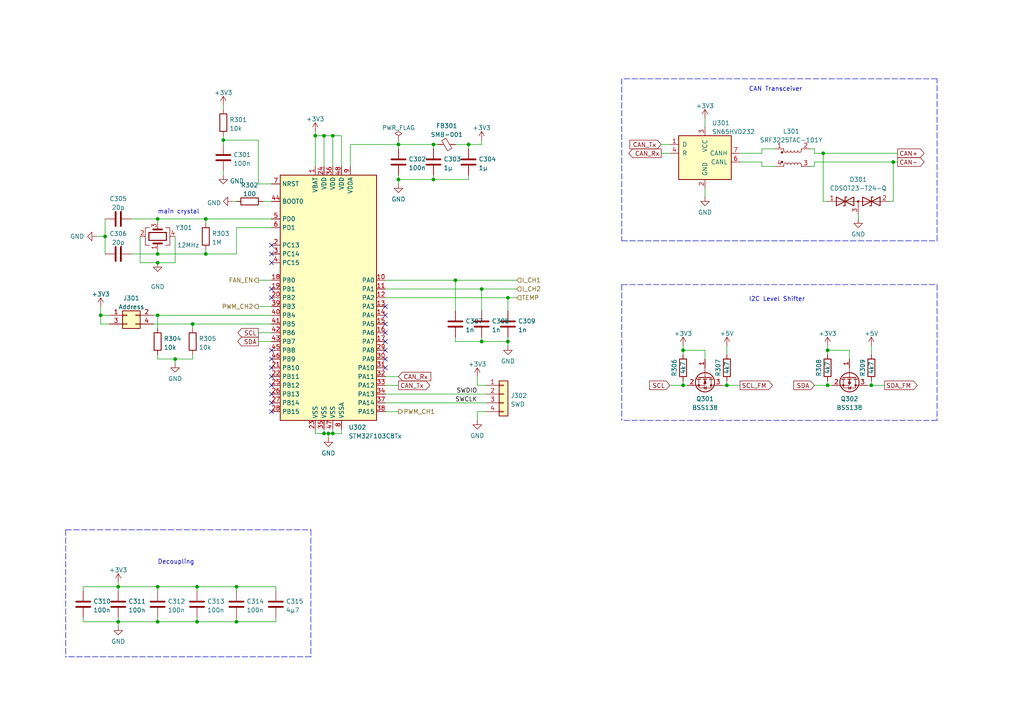
<source format=kicad_sch>
(kicad_sch (version 20211123) (generator eeschema)
  (paper "A4")
  (lib_symbols
    (symbol "Connector_Generic:Conn_01x04" (pin_names (offset 1.016) hide)
      (property "Reference" "J" (at 0 5.08 0))
      (property "Value" "Conn_01x04" (at 0 -7.62 0))
      (symbol "Conn_01x04_1_1"
        (rectangle (start -1.27 -4.953) (end 0 -5.207) (stroke (width 0.1524)))
        (rectangle (start -1.27 -2.413) (end 0 -2.667) (stroke (width 0.1524)))
        (rectangle (start -1.27 0.127) (end 0 -0.127) (stroke (width 0.1524)))
        (rectangle (start -1.27 2.667) (end 0 2.413) (stroke (width 0.1524)))
        (rectangle (start -1.27 3.81) (end 1.27 -6.35) (stroke (width 0.254)) (fill (type background)))
        (pin passive line (at -5.08 2.54 0) (length 3.81) (name "Pin_1") (number "1"))
        (pin passive line (at -5.08 0 0) (length 3.81) (name "Pin_2") (number "2"))
        (pin passive line (at -5.08 -2.54 0) (length 3.81) (name "Pin_3") (number "3"))
        (pin passive line (at -5.08 -5.08 0) (length 3.81) (name "Pin_4") (number "4"))
      )
    )
    (symbol "Connector_Generic:Conn_02x02_Odd_Even" (pin_names (offset 1.016) hide)
      (property "Reference" "J" (at 1.27 2.54 0))
      (property "Value" "Conn_02x02_Odd_Even" (at 1.27 -5.08 0))
      (symbol "Conn_02x02_Odd_Even_1_1"
        (rectangle (start -1.27 -2.413) (end 0 -2.667) (stroke (width 0.1524)))
        (rectangle (start -1.27 0.127) (end 0 -0.127) (stroke (width 0.1524)))
        (rectangle (start -1.27 1.27) (end 3.81 -3.81) (stroke (width 0.254)) (fill (type background)))
        (rectangle (start 3.81 -2.413) (end 2.54 -2.667) (stroke (width 0.1524)))
        (rectangle (start 3.81 0.127) (end 2.54 -0.127) (stroke (width 0.1524)))
        (pin passive line (at -5.08 0 0) (length 3.81) (name "Pin_1") (number "1"))
        (pin passive line (at 7.62 0 180) (length 3.81) (name "Pin_2") (number "2"))
        (pin passive line (at -5.08 -2.54 0) (length 3.81) (name "Pin_3") (number "3"))
        (pin passive line (at 7.62 -2.54 180) (length 3.81) (name "Pin_4") (number "4"))
      )
    )
    (symbol "Device:C" (pin_numbers hide) (pin_names (offset 0.254))
      (property "Reference" "C" (at 0.635 2.54 0))
      (property "Value" "C" (at 0.635 -2.54 0))
      (symbol "C_0_1"
        (polyline (pts (xy -2.032 -0.762) (xy 2.032 -0.762)) (stroke (width 0.508)))
        (polyline (pts (xy -2.032 0.762) (xy 2.032 0.762)) (stroke (width 0.508)))
      )
      (symbol "C_1_1"
        (pin passive line (at 0 3.81 270) (length 2.794) (name "~") (number "1"))
        (pin passive line (at 0 -3.81 90) (length 2.794) (name "~") (number "2"))
      )
    )
    (symbol "Device:Crystal_GND24" (pin_names (offset 1.016) hide)
      (property "Reference" "Y" (at 3.175 5.08 0))
      (property "Value" "Crystal_GND24" (at 3.175 3.175 0))
      (symbol "Crystal_GND24_0_1"
        (rectangle (start -1.143 2.54) (end 1.143 -2.54) (stroke (width 0.3048)))
        (polyline (pts (xy -2.54 0) (xy -2.032 0)))
        (polyline (pts (xy -2.032 -1.27) (xy -2.032 1.27)) (stroke (width 0.508)))
        (polyline (pts (xy 0 -3.81) (xy 0 -3.556)))
        (polyline (pts (xy 0 3.556) (xy 0 3.81)))
        (polyline (pts (xy 2.032 -1.27) (xy 2.032 1.27)) (stroke (width 0.508)))
        (polyline (pts (xy 2.032 0) (xy 2.54 0)))
        (polyline (pts (xy -2.54 -2.286) (xy -2.54 -3.556) (xy 2.54 -3.556) (xy 2.54 -2.286)))
        (polyline (pts (xy -2.54 2.286) (xy -2.54 3.556) (xy 2.54 3.556) (xy 2.54 2.286)))
      )
      (symbol "Crystal_GND24_1_1"
        (pin passive line (at -3.81 0 0) (length 1.27) (name "1") (number "1"))
        (pin passive line (at 0 5.08 270) (length 1.27) (name "2") (number "2"))
        (pin passive line (at 3.81 0 180) (length 1.27) (name "3") (number "3"))
        (pin passive line (at 0 -5.08 90) (length 1.27) (name "4") (number "4"))
      )
    )
    (symbol "Device:D_TVS_Dual_AAC" (pin_names (offset 1.016) hide)
      (property "Reference" "D" (at 0 4.445 0))
      (property "Value" "D_TVS_Dual_AAC" (at 0 2.54 0))
      (symbol "D_TVS_Dual_AAC_0_0"
        (polyline (pts (xy 0 -1.27) (xy 0 0)))
      )
      (symbol "D_TVS_Dual_AAC_0_1"
        (polyline (pts (xy -6.35 0) (xy 6.35 0)))
        (polyline (pts (xy -3.302 1.27) (xy -3.81 1.27) (xy -3.81 -1.27) (xy -4.318 -1.27)) (stroke (width 0.254)))
        (polyline (pts (xy 4.318 1.27) (xy 3.81 1.27) (xy 3.81 -1.27) (xy 3.302 -1.27)) (stroke (width 0.254)))
        (polyline (pts (xy -6.35 1.27) (xy -1.27 -1.27) (xy -1.27 1.27) (xy -6.35 -1.27) (xy -6.35 1.27)) (stroke (width 0.254)))
        (polyline (pts (xy 6.35 1.27) (xy 1.27 -1.27) (xy 1.27 1.27) (xy 6.35 -1.27) (xy 6.35 1.27)) (stroke (width 0.254)))
        (circle (center 0 0) (radius 0.254) (fill (type outline)))
      )
      (symbol "D_TVS_Dual_AAC_1_1"
        (pin passive line (at -8.89 0 0) (length 2.54) (name "A1") (number "1"))
        (pin passive line (at 8.89 0 180) (length 2.54) (name "A2") (number "2"))
        (pin input line (at 0 -3.81 90) (length 2.54) (name "common") (number "3"))
      )
    )
    (symbol "Device:FerriteBead_Small" (pin_numbers hide) (pin_names (offset 0))
      (property "Reference" "FB" (at 1.905 1.27 0))
      (property "Value" "FerriteBead_Small" (at 1.905 -1.27 0))
      (symbol "FerriteBead_Small_0_1"
        (polyline (pts (xy 0 -1.27) (xy 0 -0.7874)))
        (polyline (pts (xy 0 0.889) (xy 0 1.2954)))
        (polyline (pts (xy -1.8288 0.2794) (xy -1.1176 1.4986) (xy 1.8288 -0.2032) (xy 1.1176 -1.4224) (xy -1.8288 0.2794)))
      )
      (symbol "FerriteBead_Small_1_1"
        (pin passive line (at 0 2.54 270) (length 1.27) (name "~") (number "1"))
        (pin passive line (at 0 -2.54 90) (length 1.27) (name "~") (number "2"))
      )
    )
    (symbol "Device:L_Coupled_1243" (pin_names (offset 0.254) hide)
      (property "Reference" "L" (at 0 4.445 0))
      (property "Value" "L_Coupled_1243" (at 0 -4.445 0))
      (symbol "L_Coupled_1243_0_1"
        (circle (center -3.048 -1.27) (radius 0.254) (fill (type outline)))
        (circle (center -3.048 1.524) (radius 0.254) (fill (type outline)))
        (arc (start -2.54 2.032) (mid -2.032 1.524) (end -1.524 2.032))
        (arc (start -1.524 -2.032) (mid -2.032 -1.524) (end -2.54 -2.032))
        (arc (start -1.524 2.032) (mid -1.016 1.524) (end -0.508 2.032))
        (arc (start -0.508 -2.032) (mid -1.016 -1.524) (end -1.524 -2.032))
        (arc (start -0.508 2.032) (mid 0 1.524) (end 0.508 2.032))
        (polyline (pts (xy -2.54 -2.032) (xy -2.54 -2.54)))
        (polyline (pts (xy -2.54 2.032) (xy -2.54 2.54)))
        (polyline (pts (xy 2.54 -2.032) (xy 2.54 -2.54)))
        (polyline (pts (xy 2.54 2.54) (xy 2.54 2.032)))
        (arc (start 0.508 -2.032) (mid 0 -1.524) (end -0.508 -2.032))
        (arc (start 0.508 2.032) (mid 1.016 1.524) (end 1.524 2.032))
        (arc (start 1.524 -2.032) (mid 1.016 -1.524) (end 0.508 -2.032))
        (arc (start 1.524 2.032) (mid 2.032 1.524) (end 2.54 2.032))
        (arc (start 2.54 -2.032) (mid 2.032 -1.524) (end 1.524 -2.032))
      )
      (symbol "L_Coupled_1243_1_1"
        (pin passive line (at -5.08 2.54 0) (length 2.54) (name "1") (number "1"))
        (pin passive line (at 5.08 2.54 180) (length 2.54) (name "2") (number "2"))
        (pin passive line (at 5.08 -2.54 180) (length 2.54) (name "3") (number "3"))
        (pin passive line (at -5.08 -2.54 0) (length 2.54) (name "4") (number "4"))
      )
    )
    (symbol "Device:R" (pin_numbers hide) (pin_names (offset 0))
      (property "Reference" "R" (at 2.032 0 90))
      (property "Value" "R" (at 0 0 90))
      (symbol "R_0_1"
        (rectangle (start -1.016 -2.54) (end 1.016 2.54) (stroke (width 0.254)))
      )
      (symbol "R_1_1"
        (pin passive line (at 0 3.81 270) (length 1.27) (name "~") (number "1"))
        (pin passive line (at 0 -3.81 90) (length 1.27) (name "~") (number "2"))
      )
    )
    (symbol "Interface_CAN_LIN:SN65HVD232" (pin_names (offset 1.016))
      (property "Reference" "U" (at -2.54 10.16 0))
      (property "Value" "SN65HVD232" (at -2.54 7.62 0))
      (symbol "SN65HVD232_0_1"
        (rectangle (start -7.62 5.08) (end 7.62 -7.62) (stroke (width 0.254)) (fill (type background)))
      )
      (symbol "SN65HVD232_1_1"
        (pin input line (at -10.16 2.54 0) (length 2.54) (name "D") (number "1"))
        (pin power_in line (at 0 -10.16 90) (length 2.54) (name "GND") (number "2"))
        (pin power_in line (at 0 7.62 270) (length 2.54) (name "VCC") (number "3"))
        (pin output line (at -10.16 0 0) (length 2.54) (name "R") (number "4"))
        (pin no_connect line (at -10.16 -2.54 0) (length 2.54) hide (name "NC") (number "5"))
        (pin bidirectional line (at 10.16 -2.54 180) (length 2.54) (name "CANL") (number "6"))
        (pin bidirectional line (at 10.16 0 180) (length 2.54) (name "CANH") (number "7"))
        (pin no_connect line (at -10.16 -5.08 0) (length 2.54) hide (name "NC") (number "8"))
      )
    )
    (symbol "MCU_ST_STM32F1:STM32F103C8Tx"
      (property "Reference" "U" (at -15.24 36.83 0))
      (property "Value" "STM32F103C8Tx" (at 7.62 36.83 0))
      (symbol "STM32F103C8Tx_0_1"
        (rectangle (start -15.24 -35.56) (end 12.7 35.56) (stroke (width 0.254)) (fill (type background)))
      )
      (symbol "STM32F103C8Tx_1_1"
        (pin power_in line (at -5.08 38.1 270) (length 2.54) (name "VBAT") (number "1"))
        (pin bidirectional line (at 15.24 5.08 180) (length 2.54) (name "PA0") (number "10"))
        (pin bidirectional line (at 15.24 2.54 180) (length 2.54) (name "PA1") (number "11"))
        (pin bidirectional line (at 15.24 0 180) (length 2.54) (name "PA2") (number "12"))
        (pin bidirectional line (at 15.24 -2.54 180) (length 2.54) (name "PA3") (number "13"))
        (pin bidirectional line (at 15.24 -5.08 180) (length 2.54) (name "PA4") (number "14"))
        (pin bidirectional line (at 15.24 -7.62 180) (length 2.54) (name "PA5") (number "15"))
        (pin bidirectional line (at 15.24 -10.16 180) (length 2.54) (name "PA6") (number "16"))
        (pin bidirectional line (at 15.24 -12.7 180) (length 2.54) (name "PA7") (number "17"))
        (pin bidirectional line (at -17.78 5.08 0) (length 2.54) (name "PB0") (number "18"))
        (pin bidirectional line (at -17.78 2.54 0) (length 2.54) (name "PB1") (number "19"))
        (pin bidirectional line (at -17.78 15.24 0) (length 2.54) (name "PC13") (number "2"))
        (pin bidirectional line (at -17.78 0 0) (length 2.54) (name "PB2") (number "20"))
        (pin bidirectional line (at -17.78 -20.32 0) (length 2.54) (name "PB10") (number "21"))
        (pin bidirectional line (at -17.78 -22.86 0) (length 2.54) (name "PB11") (number "22"))
        (pin power_in line (at -5.08 -38.1 90) (length 2.54) (name "VSS") (number "23"))
        (pin power_in line (at -2.54 38.1 270) (length 2.54) (name "VDD") (number "24"))
        (pin bidirectional line (at -17.78 -25.4 0) (length 2.54) (name "PB12") (number "25"))
        (pin bidirectional line (at -17.78 -27.94 0) (length 2.54) (name "PB13") (number "26"))
        (pin bidirectional line (at -17.78 -30.48 0) (length 2.54) (name "PB14") (number "27"))
        (pin bidirectional line (at -17.78 -33.02 0) (length 2.54) (name "PB15") (number "28"))
        (pin bidirectional line (at 15.24 -15.24 180) (length 2.54) (name "PA8") (number "29"))
        (pin bidirectional line (at -17.78 12.7 0) (length 2.54) (name "PC14") (number "3"))
        (pin bidirectional line (at 15.24 -17.78 180) (length 2.54) (name "PA9") (number "30"))
        (pin bidirectional line (at 15.24 -20.32 180) (length 2.54) (name "PA10") (number "31"))
        (pin bidirectional line (at 15.24 -22.86 180) (length 2.54) (name "PA11") (number "32"))
        (pin bidirectional line (at 15.24 -25.4 180) (length 2.54) (name "PA12") (number "33"))
        (pin bidirectional line (at 15.24 -27.94 180) (length 2.54) (name "PA13") (number "34"))
        (pin power_in line (at -2.54 -38.1 90) (length 2.54) (name "VSS") (number "35"))
        (pin power_in line (at 0 38.1 270) (length 2.54) (name "VDD") (number "36"))
        (pin bidirectional line (at 15.24 -30.48 180) (length 2.54) (name "PA14") (number "37"))
        (pin bidirectional line (at 15.24 -33.02 180) (length 2.54) (name "PA15") (number "38"))
        (pin bidirectional line (at -17.78 -2.54 0) (length 2.54) (name "PB3") (number "39"))
        (pin bidirectional line (at -17.78 10.16 0) (length 2.54) (name "PC15") (number "4"))
        (pin bidirectional line (at -17.78 -5.08 0) (length 2.54) (name "PB4") (number "40"))
        (pin bidirectional line (at -17.78 -7.62 0) (length 2.54) (name "PB5") (number "41"))
        (pin bidirectional line (at -17.78 -10.16 0) (length 2.54) (name "PB6") (number "42"))
        (pin bidirectional line (at -17.78 -12.7 0) (length 2.54) (name "PB7") (number "43"))
        (pin input line (at -17.78 27.94 0) (length 2.54) (name "BOOT0") (number "44"))
        (pin bidirectional line (at -17.78 -15.24 0) (length 2.54) (name "PB8") (number "45"))
        (pin bidirectional line (at -17.78 -17.78 0) (length 2.54) (name "PB9") (number "46"))
        (pin power_in line (at 0 -38.1 90) (length 2.54) (name "VSS") (number "47"))
        (pin power_in line (at 2.54 38.1 270) (length 2.54) (name "VDD") (number "48"))
        (pin input line (at -17.78 22.86 0) (length 2.54) (name "PD0") (number "5"))
        (pin input line (at -17.78 20.32 0) (length 2.54) (name "PD1") (number "6"))
        (pin input line (at -17.78 33.02 0) (length 2.54) (name "NRST") (number "7"))
        (pin power_in line (at 2.54 -38.1 90) (length 2.54) (name "VSSA") (number "8"))
        (pin power_in line (at 5.08 38.1 270) (length 2.54) (name "VDDA") (number "9"))
      )
    )
    (symbol "Transistor_FET:BSS138" (pin_names hide)
      (property "Reference" "Q" (at 5.08 1.905 0))
      (property "Value" "BSS138" (at 5.08 0 0))
      (symbol "BSS138_0_1"
        (polyline (pts (xy 0.254 0) (xy -2.54 0)))
        (polyline (pts (xy 0.254 1.905) (xy 0.254 -1.905)) (stroke (width 0.254)))
        (polyline (pts (xy 0.762 -1.27) (xy 0.762 -2.286)) (stroke (width 0.254)))
        (polyline (pts (xy 0.762 0.508) (xy 0.762 -0.508)) (stroke (width 0.254)))
        (polyline (pts (xy 0.762 2.286) (xy 0.762 1.27)) (stroke (width 0.254)))
        (polyline (pts (xy 2.54 2.54) (xy 2.54 1.778)))
        (polyline (pts (xy 2.54 -2.54) (xy 2.54 0) (xy 0.762 0)))
        (polyline (pts (xy 0.762 -1.778) (xy 3.302 -1.778) (xy 3.302 1.778) (xy 0.762 1.778)))
        (polyline (pts (xy 1.016 0) (xy 2.032 0.381) (xy 2.032 -0.381) (xy 1.016 0)) (fill (type outline)))
        (polyline (pts (xy 2.794 0.508) (xy 2.921 0.381) (xy 3.683 0.381) (xy 3.81 0.254)))
        (polyline (pts (xy 3.302 0.381) (xy 2.921 -0.254) (xy 3.683 -0.254) (xy 3.302 0.381)))
        (circle (center 1.651 0) (radius 2.794) (stroke (width 0.254)))
        (circle (center 2.54 -1.778) (radius 0.254) (fill (type outline)))
        (circle (center 2.54 1.778) (radius 0.254) (fill (type outline)))
      )
      (symbol "BSS138_1_1"
        (pin input line (at -5.08 0 0) (length 2.54) (name "G") (number "1"))
        (pin passive line (at 2.54 -5.08 90) (length 2.54) (name "S") (number "2"))
        (pin passive line (at 2.54 5.08 270) (length 2.54) (name "D") (number "3"))
      )
    )
    (symbol "power:+3V3" (power) (pin_names (offset 0))
      (property "Value" "+3V3" (at 0 3.556 0))
      (symbol "+3V3_0_1"
        (polyline (pts (xy -0.762 1.27) (xy 0 2.54)))
        (polyline (pts (xy 0 0) (xy 0 2.54)))
        (polyline (pts (xy 0 2.54) (xy 0.762 1.27)))
      )
      (symbol "+3V3_1_1"
        (pin power_in line (at 0 0 90) (length 0) hide (name "+3V3") (number "1"))
      )
    )
    (symbol "power:+5V" (power) (pin_names (offset 0))
      (property "Value" "+5V" (at 0 3.556 0))
      (symbol "+5V_0_1"
        (polyline (pts (xy -0.762 1.27) (xy 0 2.54)))
        (polyline (pts (xy 0 0) (xy 0 2.54)))
        (polyline (pts (xy 0 2.54) (xy 0.762 1.27)))
      )
      (symbol "+5V_1_1"
        (pin power_in line (at 0 0 90) (length 0) hide (name "+5V") (number "1"))
      )
    )
    (symbol "power:GND" (power) (pin_names (offset 0))
      (property "Value" "GND" (at 0 -3.81 0))
      (symbol "GND_0_1"
        (polyline (pts (xy 0 0) (xy 0 -1.27) (xy 1.27 -1.27) (xy 0 -2.54) (xy -1.27 -1.27) (xy 0 -1.27)))
      )
      (symbol "GND_1_1"
        (pin power_in line (at 0 0 270) (length 0) hide (name "GND") (number "1"))
      )
    )
    (symbol "power:PWR_FLAG" (power) (pin_numbers hide) (pin_names (offset 0) hide)
      (property "Value" "PWR_FLAG" (at 0 3.81 0))
      (symbol "PWR_FLAG_0_0"
        (pin power_out line (at 0 0 90) (length 0) (name "pwr") (number "1"))
      )
      (symbol "PWR_FLAG_0_1"
        (polyline (pts (xy 0 0) (xy 0 1.27) (xy -1.016 1.905) (xy 0 2.54) (xy 1.016 1.905) (xy 0 1.27)))
      )
    )
  )
  (junction (at 45.72 73.66))
  (junction (at 96.52 39.37))
  (junction (at 252.73 111.76))
  (junction (at 68.58 170.18))
  (junction (at 198.12 101.6))
  (junction (at 45.72 170.18))
  (junction (at 68.58 180.34))
  (junction (at 59.69 73.66))
  (junction (at 45.72 180.34))
  (junction (at 93.98 39.37))
  (junction (at 139.7 83.82))
  (junction (at 95.25 125.73))
  (junction (at 115.57 41.91))
  (junction (at 34.29 170.18))
  (junction (at 125.73 41.91))
  (junction (at 240.03 101.6))
  (junction (at 45.72 76.2))
  (junction (at 132.08 81.28))
  (junction (at 55.88 93.98))
  (junction (at 57.15 180.34))
  (junction (at 64.77 40.64))
  (junction (at 147.32 99.06))
  (junction (at 93.98 125.73))
  (junction (at 96.52 125.73))
  (junction (at 198.12 111.76))
  (junction (at 59.69 63.5))
  (junction (at 30.48 68.58))
  (junction (at 50.8 104.14))
  (junction (at 259.08 46.99))
  (junction (at 125.73 52.07))
  (junction (at 34.29 180.34))
  (junction (at 135.89 41.91))
  (junction (at 45.72 91.44))
  (junction (at 29.21 91.44))
  (junction (at 139.7 99.06))
  (junction (at 57.15 170.18))
  (junction (at 238.76 44.45))
  (junction (at 147.32 86.36))
  (junction (at 45.72 63.5))
  (junction (at 210.82 111.76))
  (junction (at 240.03 111.76))
  (junction (at 115.57 52.07))
  (junction (at 91.44 39.37))
  (no_connect (at 111.76 104.14))
  (no_connect (at 78.74 111.76))
  (no_connect (at 111.76 96.52))
  (no_connect (at 111.76 106.68))
  (no_connect (at 78.74 116.84))
  (no_connect (at 78.74 114.3))
  (no_connect (at 78.74 104.14))
  (no_connect (at 78.74 71.12))
  (no_connect (at 111.76 99.06))
  (no_connect (at 78.74 101.6))
  (no_connect (at 78.74 83.82))
  (no_connect (at 78.74 119.38))
  (no_connect (at 78.74 76.2))
  (no_connect (at 111.76 91.44))
  (no_connect (at 78.74 109.22))
  (no_connect (at 111.76 88.9))
  (no_connect (at 78.74 86.36))
  (no_connect (at 111.76 101.6))
  (no_connect (at 111.76 93.98))
  (no_connect (at 78.74 106.68))
  (no_connect (at 78.74 73.66))
  (polyline (pts (xy 271.78 121.92) (xy 180.34 121.92)))
  (wire (pts (xy 44.45 93.98) (xy 55.88 93.98)))
  (wire (pts (xy 78.74 66.04) (xy 68.58 66.04)))
  (wire (pts (xy 74.93 99.06) (xy 78.74 99.06)))
  (wire (pts (xy 45.72 91.44) (xy 78.74 91.44)))
  (wire (pts (xy 45.72 102.87) (xy 45.72 104.14)))
  (wire (pts (xy 31.75 91.44) (xy 29.21 91.44)))
  (wire (pts (xy 91.44 38.1) (xy 91.44 39.37)))
  (wire (pts (xy 45.72 72.39) (xy 45.72 73.66)))
  (wire (pts (xy 68.58 179.07) (xy 68.58 180.34)))
  (wire (pts (xy 252.73 100.33) (xy 252.73 102.87)))
  (wire (pts (xy 34.29 170.18) (xy 45.72 170.18)))
  (wire (pts (xy 68.58 180.34) (xy 57.15 180.34)))
  (wire (pts (xy 234.95 43.18) (xy 236.22 43.18)))
  (wire (pts (xy 99.06 125.73) (xy 99.06 124.46)))
  (wire (pts (xy 210.82 111.76) (xy 214.63 111.76)))
  (wire (pts (xy 45.72 104.14) (xy 50.8 104.14)))
  (wire (pts (xy 135.89 41.91) (xy 135.89 43.18)))
  (polyline (pts (xy 90.17 153.67) (xy 90.17 190.5)))
  (wire (pts (xy 76.2 58.42) (xy 78.74 58.42)))
  (wire (pts (xy 30.48 63.5) (xy 30.48 68.58)))
  (wire (pts (xy 99.06 39.37) (xy 99.06 48.26)))
  (wire (pts (xy 34.29 170.18) (xy 24.13 170.18)))
  (wire (pts (xy 147.32 86.36) (xy 149.86 86.36)))
  (wire (pts (xy 29.21 88.9) (xy 29.21 91.44)))
  (wire (pts (xy 198.12 110.49) (xy 198.12 111.76)))
  (wire (pts (xy 93.98 124.46) (xy 93.98 125.73)))
  (wire (pts (xy 111.76 119.38) (xy 115.57 119.38)))
  (wire (pts (xy 34.29 180.34) (xy 34.29 181.61)))
  (wire (pts (xy 139.7 83.82) (xy 139.7 90.17)))
  (wire (pts (xy 68.58 66.04) (xy 68.58 73.66)))
  (polyline (pts (xy 19.05 153.67) (xy 19.05 190.5)))
  (wire (pts (xy 45.72 170.18) (xy 45.72 171.45)))
  (wire (pts (xy 45.72 73.66) (xy 59.69 73.66)))
  (wire (pts (xy 57.15 179.07) (xy 57.15 180.34)))
  (wire (pts (xy 238.76 44.45) (xy 238.76 58.42)))
  (wire (pts (xy 252.73 110.49) (xy 252.73 111.76)))
  (wire (pts (xy 67.31 58.42) (xy 68.58 58.42)))
  (wire (pts (xy 29.21 91.44) (xy 29.21 93.98)))
  (polyline (pts (xy 271.78 22.86) (xy 180.34 22.86)))
  (wire (pts (xy 64.77 40.64) (xy 64.77 41.91)))
  (wire (pts (xy 50.8 76.2) (xy 45.72 76.2)))
  (wire (pts (xy 236.22 44.45) (xy 238.76 44.45)))
  (wire (pts (xy 24.13 180.34) (xy 24.13 179.07)))
  (wire (pts (xy 238.76 44.45) (xy 260.35 44.45)))
  (wire (pts (xy 204.47 34.29) (xy 204.47 36.83)))
  (wire (pts (xy 101.6 41.91) (xy 115.57 41.91)))
  (wire (pts (xy 248.92 62.23) (xy 248.92 63.5)))
  (polyline (pts (xy 90.17 190.5) (xy 19.05 190.5)))
  (wire (pts (xy 80.01 179.07) (xy 80.01 180.34)))
  (wire (pts (xy 259.08 58.42) (xy 259.08 46.99)))
  (wire (pts (xy 111.76 114.3) (xy 140.97 114.3)))
  (wire (pts (xy 50.8 104.14) (xy 50.8 105.41)))
  (wire (pts (xy 132.08 99.06) (xy 139.7 99.06)))
  (wire (pts (xy 45.72 180.34) (xy 45.72 179.07)))
  (wire (pts (xy 125.73 52.07) (xy 115.57 52.07)))
  (polyline (pts (xy 180.34 69.85) (xy 271.78 69.85)))
  (wire (pts (xy 34.29 180.34) (xy 45.72 180.34)))
  (wire (pts (xy 34.29 179.07) (xy 34.29 180.34)))
  (polyline (pts (xy 271.78 82.55) (xy 271.78 121.92)))
  (wire (pts (xy 127 41.91) (xy 125.73 41.91)))
  (wire (pts (xy 194.31 111.76) (xy 198.12 111.76)))
  (wire (pts (xy 115.57 109.22) (xy 111.76 109.22)))
  (wire (pts (xy 101.6 41.91) (xy 101.6 48.26)))
  (wire (pts (xy 214.63 44.45) (xy 220.98 44.45)))
  (wire (pts (xy 34.29 180.34) (xy 24.13 180.34)))
  (wire (pts (xy 147.32 97.79) (xy 147.32 99.06)))
  (wire (pts (xy 40.64 68.58) (xy 40.64 76.2)))
  (wire (pts (xy 240.03 58.42) (xy 238.76 58.42)))
  (wire (pts (xy 111.76 86.36) (xy 147.32 86.36)))
  (wire (pts (xy 147.32 100.33) (xy 147.32 99.06)))
  (wire (pts (xy 240.03 100.33) (xy 240.03 101.6)))
  (wire (pts (xy 139.7 41.91) (xy 135.89 41.91)))
  (wire (pts (xy 64.77 30.48) (xy 64.77 31.75)))
  (wire (pts (xy 135.89 41.91) (xy 132.08 41.91)))
  (polyline (pts (xy 180.34 82.55) (xy 180.34 121.92)))
  (wire (pts (xy 139.7 97.79) (xy 139.7 99.06)))
  (wire (pts (xy 34.29 170.18) (xy 34.29 171.45)))
  (wire (pts (xy 125.73 43.18) (xy 125.73 41.91)))
  (wire (pts (xy 40.64 76.2) (xy 45.72 76.2)))
  (wire (pts (xy 111.76 81.28) (xy 132.08 81.28)))
  (polyline (pts (xy 180.34 82.55) (xy 271.78 82.55)))
  (wire (pts (xy 34.29 168.91) (xy 34.29 170.18)))
  (wire (pts (xy 115.57 111.76) (xy 111.76 111.76)))
  (wire (pts (xy 57.15 170.18) (xy 57.15 171.45)))
  (polyline (pts (xy 180.34 22.86) (xy 180.34 69.85)))
  (wire (pts (xy 45.72 63.5) (xy 45.72 64.77)))
  (wire (pts (xy 111.76 116.84) (xy 140.97 116.84)))
  (wire (pts (xy 68.58 170.18) (xy 80.01 170.18)))
  (wire (pts (xy 44.45 91.44) (xy 45.72 91.44)))
  (wire (pts (xy 139.7 40.64) (xy 139.7 41.91)))
  (wire (pts (xy 93.98 39.37) (xy 91.44 39.37)))
  (wire (pts (xy 220.98 46.99) (xy 220.98 48.26)))
  (wire (pts (xy 59.69 72.39) (xy 59.69 73.66)))
  (wire (pts (xy 210.82 110.49) (xy 210.82 111.76)))
  (wire (pts (xy 204.47 101.6) (xy 198.12 101.6)))
  (wire (pts (xy 204.47 104.14) (xy 204.47 101.6)))
  (wire (pts (xy 115.57 52.07) (xy 115.57 53.34)))
  (wire (pts (xy 50.8 104.14) (xy 55.88 104.14)))
  (wire (pts (xy 24.13 170.18) (xy 24.13 171.45)))
  (wire (pts (xy 68.58 170.18) (xy 68.58 171.45)))
  (wire (pts (xy 132.08 81.28) (xy 132.08 90.17)))
  (wire (pts (xy 214.63 46.99) (xy 220.98 46.99)))
  (wire (pts (xy 240.03 111.76) (xy 241.3 111.76)))
  (wire (pts (xy 125.73 41.91) (xy 115.57 41.91)))
  (wire (pts (xy 132.08 81.28) (xy 149.86 81.28)))
  (wire (pts (xy 93.98 125.73) (xy 95.25 125.73)))
  (wire (pts (xy 139.7 99.06) (xy 147.32 99.06)))
  (wire (pts (xy 57.15 180.34) (xy 45.72 180.34)))
  (wire (pts (xy 115.57 52.07) (xy 115.57 50.8)))
  (wire (pts (xy 31.75 93.98) (xy 29.21 93.98)))
  (polyline (pts (xy 271.78 69.85) (xy 271.78 22.86)))
  (wire (pts (xy 68.58 73.66) (xy 59.69 73.66)))
  (wire (pts (xy 198.12 111.76) (xy 199.39 111.76)))
  (wire (pts (xy 59.69 63.5) (xy 78.74 63.5)))
  (wire (pts (xy 191.77 44.45) (xy 194.31 44.45)))
  (wire (pts (xy 91.44 39.37) (xy 91.44 48.26)))
  (wire (pts (xy 234.95 48.26) (xy 236.22 48.26)))
  (wire (pts (xy 95.25 125.73) (xy 95.25 127)))
  (wire (pts (xy 27.94 68.58) (xy 30.48 68.58)))
  (wire (pts (xy 38.1 73.66) (xy 45.72 73.66)))
  (wire (pts (xy 198.12 101.6) (xy 198.12 102.87)))
  (wire (pts (xy 236.22 46.99) (xy 259.08 46.99)))
  (wire (pts (xy 96.52 124.46) (xy 96.52 125.73)))
  (wire (pts (xy 80.01 170.18) (xy 80.01 171.45)))
  (wire (pts (xy 210.82 100.33) (xy 210.82 102.87)))
  (wire (pts (xy 138.43 121.92) (xy 138.43 119.38)))
  (wire (pts (xy 91.44 124.46) (xy 91.44 125.73)))
  (wire (pts (xy 259.08 46.99) (xy 260.35 46.99)))
  (wire (pts (xy 96.52 39.37) (xy 96.52 48.26)))
  (wire (pts (xy 220.98 48.26) (xy 224.79 48.26)))
  (wire (pts (xy 210.82 111.76) (xy 209.55 111.76)))
  (wire (pts (xy 74.93 96.52) (xy 78.74 96.52)))
  (wire (pts (xy 204.47 54.61) (xy 204.47 57.15)))
  (wire (pts (xy 64.77 49.53) (xy 64.77 50.8)))
  (wire (pts (xy 45.72 170.18) (xy 57.15 170.18)))
  (wire (pts (xy 74.93 88.9) (xy 78.74 88.9)))
  (wire (pts (xy 45.72 91.44) (xy 45.72 95.25)))
  (wire (pts (xy 80.01 180.34) (xy 68.58 180.34)))
  (wire (pts (xy 240.03 101.6) (xy 240.03 102.87)))
  (wire (pts (xy 138.43 119.38) (xy 140.97 119.38)))
  (wire (pts (xy 64.77 40.64) (xy 74.93 40.64)))
  (wire (pts (xy 125.73 50.8) (xy 125.73 52.07)))
  (wire (pts (xy 135.89 50.8) (xy 135.89 52.07)))
  (wire (pts (xy 236.22 48.26) (xy 236.22 46.99)))
  (wire (pts (xy 55.88 104.14) (xy 55.88 102.87)))
  (wire (pts (xy 236.22 111.76) (xy 240.03 111.76)))
  (wire (pts (xy 191.77 41.91) (xy 194.31 41.91)))
  (wire (pts (xy 138.43 109.22) (xy 138.43 111.76)))
  (wire (pts (xy 252.73 111.76) (xy 251.46 111.76)))
  (wire (pts (xy 55.88 93.98) (xy 55.88 95.25)))
  (wire (pts (xy 138.43 111.76) (xy 140.97 111.76)))
  (wire (pts (xy 132.08 97.79) (xy 132.08 99.06)))
  (wire (pts (xy 30.48 68.58) (xy 30.48 73.66)))
  (wire (pts (xy 115.57 41.91) (xy 115.57 43.18)))
  (polyline (pts (xy 19.05 153.67) (xy 90.17 153.67)))
  (wire (pts (xy 135.89 52.07) (xy 125.73 52.07)))
  (wire (pts (xy 59.69 63.5) (xy 59.69 64.77)))
  (wire (pts (xy 236.22 43.18) (xy 236.22 44.45)))
  (wire (pts (xy 96.52 39.37) (xy 93.98 39.37)))
  (wire (pts (xy 115.57 40.64) (xy 115.57 41.91)))
  (wire (pts (xy 96.52 125.73) (xy 99.06 125.73)))
  (wire (pts (xy 59.69 63.5) (xy 45.72 63.5)))
  (wire (pts (xy 95.25 125.73) (xy 96.52 125.73)))
  (wire (pts (xy 57.15 170.18) (xy 68.58 170.18)))
  (wire (pts (xy 91.44 125.73) (xy 93.98 125.73)))
  (wire (pts (xy 55.88 93.98) (xy 78.74 93.98)))
  (wire (pts (xy 246.38 104.14) (xy 246.38 101.6)))
  (wire (pts (xy 93.98 39.37) (xy 93.98 48.26)))
  (wire (pts (xy 99.06 39.37) (xy 96.52 39.37)))
  (wire (pts (xy 74.93 40.64) (xy 74.93 53.34)))
  (wire (pts (xy 147.32 86.36) (xy 147.32 90.17)))
  (wire (pts (xy 198.12 100.33) (xy 198.12 101.6)))
  (wire (pts (xy 74.93 53.34) (xy 78.74 53.34)))
  (wire (pts (xy 252.73 111.76) (xy 256.54 111.76)))
  (wire (pts (xy 257.81 58.42) (xy 259.08 58.42)))
  (wire (pts (xy 139.7 83.82) (xy 149.86 83.82)))
  (wire (pts (xy 246.38 101.6) (xy 240.03 101.6)))
  (wire (pts (xy 220.98 44.45) (xy 220.98 43.18)))
  (wire (pts (xy 220.98 43.18) (xy 224.79 43.18)))
  (wire (pts (xy 74.93 81.28) (xy 78.74 81.28)))
  (wire (pts (xy 50.8 68.58) (xy 50.8 76.2)))
  (wire (pts (xy 64.77 39.37) (xy 64.77 40.64)))
  (wire (pts (xy 111.76 83.82) (xy 139.7 83.82)))
  (wire (pts (xy 45.72 63.5) (xy 38.1 63.5)))
  (wire (pts (xy 240.03 110.49) (xy 240.03 111.76)))
  (text "Decoupling" (at 45.72 163.83 0) (effects (font (size 1.27 1.27)) (justify left bottom)))
  (text "I2C Level Shifter" (at 217.17 87.63 0) (effects (font (size 1.27 1.27)) (justify left bottom)))
  (text "CAN Transceiver" (at 217.17 26.67 0) (effects (font (size 1.27 1.27)) (justify left bottom)))
  (text "main crystal" (at 45.72 62.23 0) (effects (font (size 1.27 1.27)) (justify left bottom)))
  (label "SWDIO" (at 138.43 114.3 180))
  (label "SWCLK" (at 138.43 116.84 180))
  (global_label "SDA" (shape output) (at 74.93 99.06 180) (property "Intersheet References" "${INTERSHEET_REFS}" (effects hide)))
  (global_label "SDA_FM" (shape output) (at 256.54 111.76 0) (property "Intersheet References" "${INTERSHEET_REFS}" (effects hide)))
  (global_label "CAN+" (shape output) (at 260.35 44.45 0) (property "Intersheet References" "${INTERSHEET_REFS}" (effects hide)))
  (global_label "CAN_Rx" (shape output) (at 191.77 44.45 180) (property "Intersheet References" "${INTERSHEET_REFS}" (effects hide)))
  (global_label "SCL_FM" (shape output) (at 214.63 111.76 0) (property "Intersheet References" "${INTERSHEET_REFS}" (effects hide)))
  (global_label "CAN_Tx" (shape input) (at 191.77 41.91 180) (property "Intersheet References" "${INTERSHEET_REFS}" (effects hide)))
  (global_label "SCL" (shape input) (at 194.31 111.76 180) (property "Intersheet References" "${INTERSHEET_REFS}" (effects hide)))
  (global_label "SDA" (shape input) (at 236.22 111.76 180) (property "Intersheet References" "${INTERSHEET_REFS}" (effects hide)))
  (global_label "SCL" (shape output) (at 74.93 96.52 180) (property "Intersheet References" "${INTERSHEET_REFS}" (effects hide)))
  (global_label "CAN_Tx" (shape output) (at 115.57 111.76 0) (property "Intersheet References" "${INTERSHEET_REFS}" (effects hide)))
  (global_label "CAN-" (shape output) (at 260.35 46.99 0) (property "Intersheet References" "${INTERSHEET_REFS}" (effects hide)))
  (global_label "CAN_Rx" (shape input) (at 115.57 109.22 0) (property "Intersheet References" "${INTERSHEET_REFS}" (effects hide)))
  (hierarchical_label "PWM_CH1" (shape output) (at 115.57 119.38 0))
  (hierarchical_label "TEMP" (shape input) (at 149.86 86.36 0))
  (hierarchical_label "I_CH2" (shape input) (at 149.86 83.82 0))
  (hierarchical_label "I_CH1" (shape input) (at 149.86 81.28 0))
  (hierarchical_label "FAN_EN" (shape output) (at 74.93 81.28 180))
  (hierarchical_label "PWM_CH2" (shape output) (at 74.93 88.9 180))
  (symbol (lib_id "Device:R") (at 45.72 99.06 0) (unit 1)
    (property "Reference" "R304" (at 47.498 98.2253 0) (effects (justify left)))
    (property "Value" "10k" (at 47.498 100.7622 0) (effects (justify left)))
    (property "Footprint" "Resistor_SMD:R_0805_2012Metric" (effects hide))
  )
  (symbol (lib_id "Device:R") (at 252.73 106.68 180) (unit 1)
    (property "Reference" "R309" (at 250.19 106.68 90))
    (property "Value" "4k7" (at 252.73 106.68 90))
    (property "Footprint" "Resistor_SMD:R_0805_2012Metric" (effects hide))
  )
  (symbol (lib_id "Device:C") (at 135.89 46.99 0) (unit 1)
    (property "Reference" "C304" (at 138.811 46.1553 0) (effects (justify left)))
    (property "Value" "1µ" (at 138.811 48.6922 0) (effects (justify left)))
    (property "Footprint" "Capacitor_SMD:C_0805_2012Metric" (effects hide))
  )
  (symbol (lib_id "Device:C") (at 45.72 175.26 0) (unit 1)
    (property "Reference" "C312" (at 48.641 174.4253 0) (effects (justify left)))
    (property "Value" "100n" (at 48.641 176.9622 0) (effects (justify left)))
    (property "Footprint" "Capacitor_SMD:C_0805_2012Metric" (effects hide))
  )
  (symbol (lib_id "Device:C") (at 57.15 175.26 0) (unit 1)
    (property "Reference" "C313" (at 60.071 174.4253 0) (effects (justify left)))
    (property "Value" "100n" (at 60.071 176.9622 0) (effects (justify left)))
    (property "Footprint" "Capacitor_SMD:C_0805_2012Metric" (effects hide))
  )
  (symbol (lib_id "Interface_CAN_LIN:SN65HVD232") (at 204.47 44.45 0) (unit 1)
    (property "Reference" "U301" (at 206.4894 35.6702 0) (effects (justify left)))
    (property "Value" "SN65HVD232" (at 206.4894 38.2071 0) (effects (justify left)))
    (property "Footprint" "Package_SO:SOIC-8_3.9x4.9mm_P1.27mm" (effects hide))
    (property "Datasheet" "http://www.ti.com/lit/ds/symlink/sn65hvd230.pdf" (effects hide))
  )
  (symbol (lib_id "MCU_ST_STM32F1:STM32F103C8Tx") (at 96.52 86.36 0) (unit 1)
    (property "Reference" "U302" (at 101.0794 123.9504 0) (effects (justify left)))
    (property "Value" "STM32F103C8Tx" (at 101.0794 126.4873 0) (effects (justify left)))
    (property "Footprint" "Package_QFP:LQFP-48_7x7mm_P0.5mm" (effects hide))
    (property "Datasheet" "http://www.st.com/st-web-ui/static/active/en/resource/technical/document/datasheet/CD00161566.pdf" (effects hide))
  )
  (symbol (lib_id "power:GND") (at 34.29 181.61 0) (unit 1)
    (property "Reference" "#PWR0323" (effects hide))
    (property "Value" "GND" (at 34.29 186.0534 0))
  )
  (symbol (lib_id "Device:C") (at 24.13 175.26 0) (unit 1)
    (property "Reference" "C310" (at 27.051 174.4253 0) (effects (justify left)))
    (property "Value" "100n" (at 27.051 176.9622 0) (effects (justify left)))
    (property "Footprint" "Capacitor_SMD:C_0805_2012Metric" (effects hide))
  )
  (symbol (lib_id "Device:C") (at 125.73 46.99 0) (unit 1)
    (property "Reference" "C303" (at 128.651 46.1553 0) (effects (justify left)))
    (property "Value" "1µ" (at 128.651 48.6922 0) (effects (justify left)))
    (property "Footprint" "Capacitor_SMD:C_0805_2012Metric" (effects hide))
  )
  (symbol (lib_id "Device:R") (at 59.69 68.58 0) (unit 1)
    (property "Reference" "R303" (at 61.468 67.7453 0) (effects (justify left)))
    (property "Value" "1M" (at 61.468 70.2822 0) (effects (justify left)))
    (property "Footprint" "Resistor_SMD:R_0805_2012Metric" (effects hide))
  )
  (symbol (lib_id "Device:C") (at 34.29 63.5 90) (unit 1)
    (property "Reference" "C305" (at 34.29 57.6412 90))
    (property "Value" "20p" (at 34.29 60.1781 90))
    (property "Footprint" "Capacitor_SMD:C_0805_2012Metric" (effects hide))
  )
  (symbol (lib_id "Device:C") (at 139.7 93.98 0) (unit 1)
    (property "Reference" "C308" (at 142.621 93.1453 0) (effects (justify left)))
    (property "Value" "1n" (at 142.621 95.6822 0) (effects (justify left)))
    (property "Footprint" "Capacitor_SMD:C_0805_2012Metric" (effects hide))
  )
  (symbol (lib_id "Device:C") (at 64.77 45.72 0) (unit 1)
    (property "Reference" "C301" (at 67.691 44.8853 0) (effects (justify left)))
    (property "Value" "100n" (at 67.691 47.4222 0) (effects (justify left)))
    (property "Footprint" "Capacitor_SMD:C_0805_2012Metric" (effects hide))
  )
  (symbol (lib_id "Device:Crystal_GND24") (at 45.72 68.58 90) (unit 1)
    (property "Reference" "Y301" (at 53.34 66.04 90))
    (property "Value" "12MHz" (at 54.61 71.12 90))
    (property "Footprint" "Crystal:Crystal_SMD_5032-4Pin_5.0x3.2mm" (effects hide))
  )
  (symbol (lib_id "Device:C") (at 147.32 93.98 0) (unit 1)
    (property "Reference" "C309" (at 150.241 93.1453 0) (effects (justify left)))
    (property "Value" "1n" (at 150.241 95.6822 0) (effects (justify left)))
    (property "Footprint" "Capacitor_SMD:C_0805_2012Metric" (effects hide))
  )
  (symbol (lib_id "power:+3V3") (at 138.43 109.22 0) (unit 1)
    (property "Reference" "#PWR0319" (effects hide))
    (property "Value" "+3V3" (at 138.43 105.6442 0))
  )
  (symbol (lib_id "Device:R") (at 64.77 35.56 180) (unit 1)
    (property "Reference" "R301" (at 66.548 34.7253 0) (effects (justify right)))
    (property "Value" "10k" (at 66.548 37.2622 0) (effects (justify right)))
    (property "Footprint" "Resistor_SMD:R_0805_2012Metric" (effects hide))
  )
  (symbol (lib_id "Device:R") (at 72.39 58.42 90) (unit 1)
    (property "Reference" "R302" (at 72.39 53.7042 90))
    (property "Value" "100" (at 72.39 56.2411 90))
    (property "Footprint" "Resistor_SMD:R_0805_2012Metric" (effects hide))
  )
  (symbol (lib_id "power:+5V") (at 210.82 100.33 0) (unit 1)
    (property "Reference" "#PWR0315" (effects hide))
    (property "Value" "+5V" (at 210.82 96.7542 0))
  )
  (symbol (lib_id "power:+3V3") (at 91.44 38.1 0) (unit 1)
    (property "Reference" "#PWR0303" (effects hide))
    (property "Value" "+3V3" (at 91.44 34.5242 0))
  )
  (symbol (lib_id "Transistor_FET:BSS138") (at 246.38 109.22 270) (unit 1)
    (property "Reference" "Q302" (at 246.38 115.6954 90))
    (property "Value" "BSS138" (at 246.38 118.2323 90))
    (property "Footprint" "Package_TO_SOT_SMD:SOT-23" (effects hide))
    (property "Datasheet" "https://www.onsemi.com/pub/Collateral/BSS138-D.PDF" (effects hide))
  )
  (symbol (lib_id "Device:C") (at 132.08 93.98 0) (unit 1)
    (property "Reference" "C307" (at 135.001 93.1453 0) (effects (justify left)))
    (property "Value" "1n" (at 135.001 95.6822 0) (effects (justify left)))
    (property "Footprint" "Capacitor_SMD:C_0805_2012Metric" (effects hide))
  )
  (symbol (lib_id "power:+3V3") (at 204.47 34.29 0) (unit 1)
    (property "Reference" "#PWR0302" (effects hide))
    (property "Value" "+3V3" (at 204.47 30.7142 0))
  )
  (symbol (lib_id "Connector_Generic:Conn_01x04") (at 146.05 114.3 0) (unit 1)
    (property "Reference" "J302" (at 148.082 114.7353 0) (effects (justify left)))
    (property "Value" "SWD" (at 148.082 117.2722 0) (effects (justify left)))
    (property "Footprint" "Connector_JST:JST_XH_B4B-XH-A_1x04_P2.50mm_Vertical" (effects hide))
  )
  (symbol (lib_id "power:GND") (at 50.8 105.41 0) (unit 1)
    (property "Reference" "#PWR0318" (effects hide))
    (property "Value" "GND" (at 50.8 109.8534 0))
  )
  (symbol (lib_id "power:+3V3") (at 64.77 30.48 0) (unit 1)
    (property "Reference" "#PWR0301" (effects hide))
    (property "Value" "+3V3" (at 64.77 26.9042 0))
  )
  (symbol (lib_id "Device:C") (at 34.29 175.26 0) (unit 1)
    (property "Reference" "C311" (at 37.211 174.4253 0) (effects (justify left)))
    (property "Value" "100n" (at 37.211 176.9622 0) (effects (justify left)))
    (property "Footprint" "Capacitor_SMD:C_0805_2012Metric" (effects hide))
  )
  (symbol (lib_id "power:GND") (at 45.72 76.2 0) (unit 1)
    (property "Reference" "#PWR0311" (effects hide))
    (property "Value" "GND" (at 45.72 83.1834 0))
  )
  (symbol (lib_id "power:+3V3") (at 34.29 168.91 0) (unit 1)
    (property "Reference" "#PWR0322" (effects hide))
    (property "Value" "+3V3" (at 34.29 165.3342 0))
  )
  (symbol (lib_id "Device:C") (at 80.01 175.26 0) (unit 1)
    (property "Reference" "C315" (at 82.931 174.4253 0) (effects (justify left)))
    (property "Value" "4µ7" (at 82.931 176.9622 0) (effects (justify left)))
    (property "Footprint" "Capacitor_SMD:C_0805_2012Metric" (effects hide))
  )
  (symbol (lib_id "power:+3V3") (at 139.7 40.64 0) (mirror y) (unit 1)
    (property "Reference" "#PWR0304" (effects hide))
    (property "Value" "+3V3" (at 139.7 37.0642 0))
  )
  (symbol (lib_id "Device:L_Coupled_1243") (at 229.87 45.72 0) (unit 1)
    (property "Reference" "L301" (at 229.489 38.1 0))
    (property "Value" "SRF3225TAC-101Y" (at 229.489 40.64 0))
    (property "Footprint" "eigene:SRF3225TAC" (effects hide))
  )
  (symbol (lib_id "Device:C") (at 68.58 175.26 0) (unit 1)
    (property "Reference" "C314" (at 71.501 174.4253 0) (effects (justify left)))
    (property "Value" "100n" (at 71.501 176.9622 0) (effects (justify left)))
    (property "Footprint" "Capacitor_SMD:C_0805_2012Metric" (effects hide))
  )
  (symbol (lib_id "power:+3V3") (at 240.03 100.33 0) (unit 1)
    (property "Reference" "#PWR0316" (effects hide))
    (property "Value" "+3V3" (at 240.03 96.7542 0))
  )
  (symbol (lib_id "power:PWR_FLAG") (at 115.57 40.64 0) (unit 1)
    (property "Reference" "#FLG0301" (effects hide))
    (property "Value" "PWR_FLAG" (at 115.57 37.0642 0))
  )
  (symbol (lib_id "power:+3V3") (at 29.21 88.9 0) (unit 1)
    (property "Reference" "#PWR0312" (effects hide))
    (property "Value" "+3V3" (at 29.21 85.3242 0))
  )
  (symbol (lib_id "power:GND") (at 27.94 68.58 270) (unit 1)
    (property "Reference" "#PWR0310" (effects hide))
    (property "Value" "GND" (at 20.32 68.58 90) (effects (justify left)))
  )
  (symbol (lib_id "power:GND") (at 204.47 57.15 0) (unit 1)
    (property "Reference" "#PWR0307" (effects hide))
    (property "Value" "GND" (at 204.47 61.5934 0))
  )
  (symbol (lib_id "Transistor_FET:BSS138") (at 204.47 109.22 270) (unit 1)
    (property "Reference" "Q301" (at 204.47 115.6954 90))
    (property "Value" "BSS138" (at 204.47 118.2323 90))
    (property "Footprint" "Package_TO_SOT_SMD:SOT-23" (effects hide))
    (property "Datasheet" "https://www.onsemi.com/pub/Collateral/BSS138-D.PDF" (effects hide))
  )
  (symbol (lib_id "power:+5V") (at 252.73 100.33 0) (unit 1)
    (property "Reference" "#PWR0317" (effects hide))
    (property "Value" "+5V" (at 252.73 96.7542 0))
  )
  (symbol (lib_id "power:GND") (at 138.43 121.92 0) (unit 1)
    (property "Reference" "#PWR0320" (effects hide))
    (property "Value" "GND" (at 138.43 126.3634 0))
  )
  (symbol (lib_id "Device:C") (at 34.29 73.66 90) (unit 1)
    (property "Reference" "C306" (at 34.29 67.8012 90))
    (property "Value" "20p" (at 34.29 70.3381 90))
    (property "Footprint" "Capacitor_SMD:C_0805_2012Metric" (effects hide))
  )
  (symbol (lib_id "Device:R") (at 240.03 106.68 180) (unit 1)
    (property "Reference" "R308" (at 237.49 106.68 90))
    (property "Value" "4k7" (at 240.03 106.68 90))
    (property "Footprint" "Resistor_SMD:R_0805_2012Metric" (effects hide))
  )
  (symbol (lib_id "power:GND") (at 115.57 53.34 0) (unit 1)
    (property "Reference" "#PWR0306" (effects hide))
    (property "Value" "GND" (at 115.57 57.7834 0))
  )
  (symbol (lib_id "Device:R") (at 55.88 99.06 0) (unit 1)
    (property "Reference" "R305" (at 57.658 98.2253 0) (effects (justify left)))
    (property "Value" "10k" (at 57.658 100.7622 0) (effects (justify left)))
    (property "Footprint" "Resistor_SMD:R_0805_2012Metric" (effects hide))
  )
  (symbol (lib_id "Device:C") (at 115.57 46.99 0) (unit 1)
    (property "Reference" "C302" (at 118.491 46.1553 0) (effects (justify left)))
    (property "Value" "100n" (at 118.491 48.6922 0) (effects (justify left)))
    (property "Footprint" "Capacitor_SMD:C_0805_2012Metric" (effects hide))
  )
  (symbol (lib_id "power:GND") (at 64.77 50.8 0) (unit 1)
    (property "Reference" "#PWR0305" (effects hide))
    (property "Value" "GND" (at 66.675 52.5038 0) (effects (justify left)))
  )
  (symbol (lib_id "power:GND") (at 95.25 127 0) (unit 1)
    (property "Reference" "#PWR0321" (effects hide))
    (property "Value" "GND" (at 95.25 131.4434 0))
  )
  (symbol (lib_id "Device:R") (at 210.82 106.68 180) (unit 1)
    (property "Reference" "R307" (at 208.28 106.68 90))
    (property "Value" "4k7" (at 210.82 106.68 90))
    (property "Footprint" "Resistor_SMD:R_0805_2012Metric" (effects hide))
  )
  (symbol (lib_id "Device:FerriteBead_Small") (at 129.54 41.91 270) (mirror x) (unit 1)
    (property "Reference" "FB301" (at 129.5781 36.5084 90))
    (property "Value" "SMB-001" (at 129.5781 39.0453 90))
    (property "Footprint" "eigene:SMB-001" (effects hide))
  )
  (symbol (lib_id "power:GND") (at 67.31 58.42 270) (unit 1)
    (property "Reference" "#PWR0308" (effects hide))
    (property "Value" "GND" (at 64.1351 58.8538 90) (effects (justify right)))
  )
  (symbol (lib_id "Device:D_TVS_Dual_AAC") (at 248.92 58.42 0) (unit 1)
    (property "Reference" "D301" (at 248.92 52.07 0))
    (property "Value" "CDSOT23-T24-Q" (at 248.92 54.61 0))
    (property "Footprint" "Package_TO_SOT_SMD:SOT-23" (effects hide))
  )
  (symbol (lib_id "power:+3V3") (at 198.12 100.33 0) (unit 1)
    (property "Reference" "#PWR0314" (effects hide))
    (property "Value" "+3V3" (at 198.12 96.7542 0))
  )
  (symbol (lib_id "Connector_Generic:Conn_02x02_Odd_Even") (at 36.83 91.44 0) (unit 1)
    (property "Reference" "J301" (at 38.1 86.4702 0))
    (property "Value" "Address" (at 38.1 89.0071 0))
    (property "Footprint" "Connector_PinHeader_2.54mm:PinHeader_2x02_P2.54mm_Vertical" (effects hide))
  )
  (symbol (lib_id "power:GND") (at 248.92 63.5 0) (unit 1)
    (property "Reference" "#PWR0309" (effects hide))
    (property "Value" "GND" (at 248.92 67.9434 0))
  )
  (symbol (lib_id "power:GND") (at 147.32 100.33 0) (unit 1)
    (property "Reference" "#PWR0313" (effects hide))
    (property "Value" "GND" (at 147.32 104.7734 0))
  )
  (symbol (lib_id "Device:R") (at 198.12 106.68 180) (unit 1)
    (property "Reference" "R306" (at 195.58 106.68 90))
    (property "Value" "4k7" (at 198.12 106.68 90))
    (property "Footprint" "Resistor_SMD:R_0805_2012Metric" (effects hide))
  )
)
</source>
